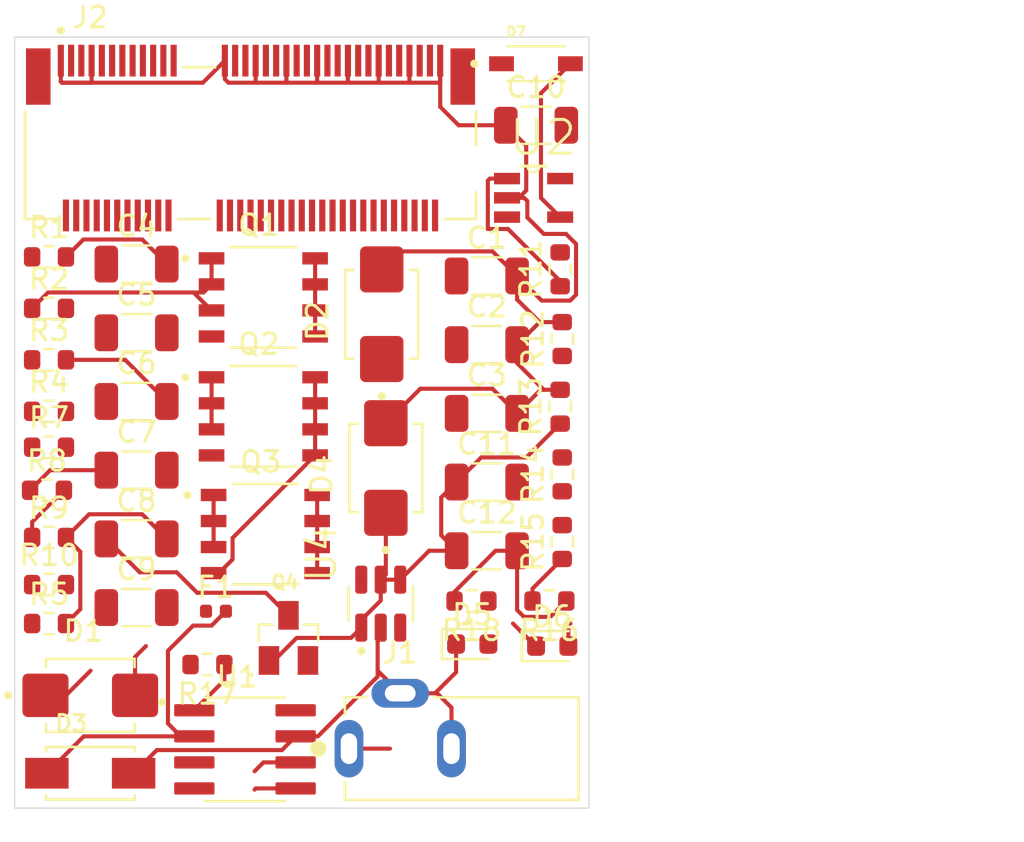
<source format=kicad_pcb>
(kicad_pcb (version 20240108) (generator "pcbnew") (generator_version "8.0")
  (layers (0 "F.Cu" signal) (31 "B.Cu" signal) (34 "B.Paste" user) (35 "F.Paste" user) (36 "B.SilkS" user "B.Silkscreen") (37 "F.SilkS" user "F.Silkscreen") (38 "B.Mask" user) (39 "F.Mask" user) (44 "Edge.Cuts" user))
  (net 0 "")
  (net 1 "Vin")
  (net 2 "COMP")
  (net 3 "VSS")
  (net 4 "SS")
  (net 5 "PH")
  (net 6 "BOOT")
  (net 7 "Net-(C3-Pad1)")
  (net 8 "Net-(D2-PadC)")
  (net 9 "+BATT")
  (net 10 "VIN")
  (net 11 "VOUT")
  (net 12 "Net-(Q2-Pad5)")
  (net 13 "EN")
  (net 14 "VSENCE")
  (net 15 "Net-(D1-PadC)")
  (net 16 "Net-(D1-PadA)")
  (net 17 "Net-(D5-A)")
  (net 18 "Net-(D6-K)")
  (net 19 "Net-(J1-Pad1)")
  (net 76 "Net-(U2-STAT)")
  (net 77 "PROG")
  (net 78 "CE")
  (net 79 "BATT_MON")
  (net 80 "Net-(U4-FB)")
  (net 81 "Net-(F1-Pad1)")
  (footprint "MCP73831T-5ACI_OT:SOT95P280X145-5N" (layer "F.Cu") (at 104.6046 61.3398)
    (property "Reference" "U2" (at 0.45893 -2.932 0) (layer "F.SilkS") (effects (font (size 1.646173 1.646173))))
    (property "Value" "MCP73831T-5ACI_OT")
    (pad "1" smd rect (at -1.2954 -0.9398) (size 1.27 0.5588) (layers "F.Cu" "F.Paste" "F.Mask") (net 76 "Net-(U2-STAT)"))
    (pad "2" smd rect (at -1.2954 0) (size 1.27 0.5588) (layers "F.Cu" "F.Paste" "F.Mask") (net 3 "VSS"))
    (pad "3" smd rect (at -1.2954 0.9398) (size 1.27 0.5588) (layers "F.Cu" "F.Paste" "F.Mask") (net 9 "+BATT"))
    (pad "4" smd rect (at 1.2954 0.9398) (size 1.27 0.5588) (layers "F.Cu" "F.Paste" "F.Mask") (net 6 "BOOT"))
    (pad "5" smd rect (at 1.2954 -0.9398) (size 1.27 0.5588) (layers "F.Cu" "F.Paste" "F.Mask") (net 77 "PROG"))
  )
  (footprint "Resistor_SMD:R_0603_1608Metric" (layer "F.Cu") (at 80.975 82.1)
    (property "Reference" "R5" (at 0 -1.43 0) (layer "F.SilkS"))
    (property "Value" "31.6k")
    (pad "1" smd roundrect (at -0.825 0) (size 0.8 0.95) (layers "F.Cu" "F.Paste" "F.Mask") (net 13 "EN"))
    (pad "2" smd roundrect (at 0.825 0) (size 0.8 0.95) (layers "F.Cu" "F.Paste" "F.Mask") (net 3 "VSS"))
  )
  (footprint "Resistor_SMD:R_0603_1608Metric" (layer "F.Cu") (at 105.9 64.825 90)
    (property "Reference" "R11" (at 0 -1.43 90) (layer "F.SilkS"))
    (property "Value" "10k")
    (pad "1" smd roundrect (at -0.825 0 90) (size 0.8 0.95) (layers "F.Cu" "F.Paste" "F.Mask") (net 76 "Net-(U2-STAT)"))
    (pad "2" smd roundrect (at 0.825 0 90) (size 0.8 0.95) (layers "F.Cu" "F.Paste" "F.Mask") (net 18 "Net-(D6-K)"))
  )
  (footprint "MDT420E03002:AMPHENOL_MDT420E03002" (layer "F.Cu") (at 90.8 59.925)
    (property "Reference" "J2" (at -7.825 -7.385 0) (layer "F.SilkS"))
    (property "Value" "MDT420E03002")
    (pad "" np_thru_hole circle (at -10 0) (size 1.15 1.15) (drill 1.15) (layers "*.Cu" "*.Mask"))
    (pad "" np_thru_hole circle (at 10 0) (size 1.65 1.65) (drill 1.65) (layers "*.Cu" "*.Mask"))
    (pad "1" smd rect (at -9.25 -5.275) (size 0.3 1.55) (layers "F.Cu" "F.Paste" "F.Mask") (net 3 "VSS"))
    (pad "2" smd rect (at -9 2.275) (size 0.3 1.55) (layers "F.Cu" "F.Paste" "F.Mask") (net 6 "BOOT"))
    (pad "3" smd rect (at -8.75 -5.275) (size 0.3 1.55) (layers "F.Cu" "F.Paste" "F.Mask"))
    (pad "4" smd rect (at -8.5 2.275) (size 0.3 1.55) (layers "F.Cu" "F.Paste" "F.Mask"))
    (pad "5" smd rect (at -8.25 -5.275) (size 0.3 1.55) (layers "F.Cu" "F.Paste" "F.Mask"))
    (pad "6" smd rect (at -8 2.275) (size 0.3 1.55) (layers "F.Cu" "F.Paste" "F.Mask"))
    (pad "7" smd rect (at -7.75 -5.275) (size 0.3 1.55) (layers "F.Cu" "F.Paste" "F.Mask") (net 3 "VSS"))
    (pad "8" smd rect (at -7.5 2.275) (size 0.3 1.55) (layers "F.Cu" "F.Paste" "F.Mask"))
    (pad "9" smd rect (at -7.25 -5.275) (size 0.3 1.55) (layers "F.Cu" "F.Paste" "F.Mask"))
    (pad "10" smd rect (at -7 2.275) (size 0.3 1.55) (layers "F.Cu" "F.Paste" "F.Mask"))
    (pad "11" smd rect (at -6.75 -5.275) (size 0.3 1.55) (layers "F.Cu" "F.Paste" "F.Mask"))
    (pad "12" smd rect (at -6.5 2.275) (size 0.3 1.55) (layers "F.Cu" "F.Paste" "F.Mask"))
    (pad "13" smd rect (at -6.25 -5.275) (size 0.3 1.55) (layers "F.Cu" "F.Paste" "F.Mask"))
    (pad "14" smd rect (at -6 2.275) (size 0.3 1.55) (layers "F.Cu" "F.Paste" "F.Mask"))
    (pad "15" smd rect (at -5.75 -5.275) (size 0.3 1.55) (layers "F.Cu" "F.Paste" "F.Mask"))
    (pad "16" smd rect (at -5.5 2.275) (size 0.3 1.55) (layers "F.Cu" "F.Paste" "F.Mask"))
    (pad "17" smd rect (at -5.25 -5.275) (size 0.3 1.55) (layers "F.Cu" "F.Paste" "F.Mask"))
    (pad "18" smd rect (at -5 2.275) (size 0.3 1.55) (layers "F.Cu" "F.Paste" "F.Mask"))
    (pad "19" smd rect (at -4.75 -5.275) (size 0.3 1.55) (layers "F.Cu" "F.Paste" "F.Mask"))
    (pad "20" smd rect (at -4.5 2.275) (size 0.3 1.55) (layers "F.Cu" "F.Paste" "F.Mask"))
    (pad "21" smd rect (at -4.25 -5.275) (size 0.3 1.55) (layers "F.Cu" "F.Paste" "F.Mask"))
    (pad "22" smd rect (at -4 2.275) (size 0.3 1.55) (layers "F.Cu" "F.Paste" "F.Mask"))
    (pad "23" smd rect (at -3.75 -5.275) (size 0.3 1.55) (layers "F.Cu" "F.Paste" "F.Mask"))
    (pad "32" smd rect (at -1.5 2.275) (size 0.3 1.55) (layers "F.Cu" "F.Paste" "F.Mask"))
    (pad "33" smd rect (at -1.25 -5.275) (size 0.3 1.55) (layers "F.Cu" "F.Paste" "F.Mask") (net 3 "VSS"))
    (pad "34" smd rect (at -1 2.275) (size 0.3 1.55) (layers "F.Cu" "F.Paste" "F.Mask"))
    (pad "35" smd rect (at -0.75 -5.275) (size 0.3 1.55) (layers "F.Cu" "F.Paste" "F.Mask"))
    (pad "36" smd rect (at -0.5 2.275) (size 0.3 1.55) (layers "F.Cu" "F.Paste" "F.Mask"))
    (pad "37" smd rect (at -0.25 -5.275) (size 0.3 1.55) (layers "F.Cu" "F.Paste" "F.Mask"))
    (pad "38" smd rect (at 0 2.275) (size 0.3 1.55) (layers "F.Cu" "F.Paste" "F.Mask"))
    (pad "39" smd rect (at 0.25 -5.275) (size 0.3 1.55) (layers "F.Cu" "F.Paste" "F.Mask") (net 3 "VSS"))
    (pad "40" smd rect (at 0.5 2.275) (size 0.3 1.55) (layers "F.Cu" "F.Paste" "F.Mask"))
    (pad "41" smd rect (at 0.75 -5.275) (size 0.3 1.55) (layers "F.Cu" "F.Paste" "F.Mask"))
    (pad "42" smd rect (at 1 2.275) (size 0.3 1.55) (layers "F.Cu" "F.Paste" "F.Mask"))
    (pad "43" smd rect (at 1.25 -5.275) (size 0.3 1.55) (layers "F.Cu" "F.Paste" "F.Mask"))
    (pad "44" smd rect (at 1.5 2.275) (size 0.3 1.55) (layers "F.Cu" "F.Paste" "F.Mask"))
    (pad "45" smd rect (at 1.75 -5.275) (size 0.3 1.55) (layers "F.Cu" "F.Paste" "F.Mask") (net 3 "VSS"))
    (pad "46" smd rect (at 2 2.275) (size 0.3 1.55) (layers "F.Cu" "F.Paste" "F.Mask"))
    (pad "47" smd rect (at 2.25 -5.275) (size 0.3 1.55) (layers "F.Cu" "F.Paste" "F.Mask"))
    (pad "48" smd rect (at 2.5 2.275) (size 0.3 1.55) (layers "F.Cu" "F.Paste" "F.Mask"))
    (pad "49" smd rect (at 2.75 -5.275) (size 0.3 1.55) (layers "F.Cu" "F.Paste" "F.Mask"))
    (pad "50" smd rect (at 3 2.275) (size 0.3 1.55) (layers "F.Cu" "F.Paste" "F.Mask"))
    (pad "51" smd rect (at 3.25 -5.275) (size 0.3 1.55) (layers "F.Cu" "F.Paste" "F.Mask") (net 3 "VSS"))
    (pad "52" smd rect (at 3.5 2.275) (size 0.3 1.55) (layers "F.Cu" "F.Paste" "F.Mask"))
    (pad "53" smd rect (at 3.75 -5.275) (size 0.3 1.55) (layers "F.Cu" "F.Paste" "F.Mask"))
    (pad "54" smd rect (at 4 2.275) (size 0.3 1.55) (layers "F.Cu" "F.Paste" "F.Mask"))
    (pad "55" smd rect (at 4.25 -5.275) (size 0.3 1.55) (layers "F.Cu" "F.Paste" "F.Mask"))
    (pad "56" smd rect (at 4.5 2.275) (size 0.3 1.55) (layers "F.Cu" "F.Paste" "F.Mask"))
    (pad "57" smd rect (at 4.75 -5.275) (size 0.3 1.55) (layers "F.Cu" "F.Paste" "F.Mask") (net 3 "VSS"))
    (pad "58" smd rect (at 5 2.275) (size 0.3 1.55) (layers "F.Cu" "F.Paste" "F.Mask"))
    (pad "59" smd rect (at 5.25 -5.275) (size 0.3 1.55) (layers "F.Cu" "F.Paste" "F.Mask"))
    (pad "60" smd rect (at 5.5 2.275) (size 0.3 1.55) (layers "F.Cu" "F.Paste" "F.Mask"))
    (pad "61" smd rect (at 5.75 -5.275) (size 0.3 1.55) (layers "F.Cu" "F.Paste" "F.Mask"))
    (pad "62" smd rect (at 6 2.275) (size 0.3 1.55) (layers "F.Cu" "F.Paste" "F.Mask"))
    (pad "63" smd rect (at 6.25 -5.275) (size 0.3 1.55) (layers "F.Cu" "F.Paste" "F.Mask") (net 3 "VSS"))
    (pad "64" smd rect (at 6.5 2.275) (size 0.3 1.55) (layers "F.Cu" "F.Paste" "F.Mask"))
    (pad "65" smd rect (at 6.75 -5.275) (size 0.3 1.55) (layers "F.Cu" "F.Paste" "F.Mask"))
    (pad "66" smd rect (at 7 2.275) (size 0.3 1.55) (layers "F.Cu" "F.Paste" "F.Mask"))
    (pad "67" smd rect (at 7.25 -5.275) (size 0.3 1.55) (layers "F.Cu" "F.Paste" "F.Mask"))
    (pad "68" smd rect (at 7.5 2.275) (size 0.3 1.55) (layers "F.Cu" "F.Paste" "F.Mask"))
    (pad "69" smd rect (at 7.75 -5.275) (size 0.3 1.55) (layers "F.Cu" "F.Paste" "F.Mask") (net 3 "VSS"))
    (pad "70" smd rect (at 8 2.275) (size 0.3 1.55) (layers "F.Cu" "F.Paste" "F.Mask"))
    (pad "71" smd rect (at 8.25 -5.275) (size 0.3 1.55) (layers "F.Cu" "F.Paste" "F.Mask"))
    (pad "72" smd rect (at 8.5 2.275) (size 0.3 1.55) (layers "F.Cu" "F.Paste" "F.Mask"))
    (pad "73" smd rect (at 8.75 -5.275) (size 0.3 1.55) (layers "F.Cu" "F.Paste" "F.Mask"))
    (pad "74" smd rect (at 9 2.275) (size 0.3 1.55) (layers "F.Cu" "F.Paste" "F.Mask"))
    (pad "75" smd rect (at 9.25 -5.275) (size 0.3 1.55) (layers "F.Cu" "F.Paste" "F.Mask") (net 3 "VSS"))
    (pad "SH1" smd rect (at -10.35 -4.5) (size 1.2 2.75) (layers "F.Cu" "F.Paste" "F.Mask"))
    (pad "SH2" smd rect (at 10.35 -4.5) (size 1.2 2.75) (layers "F.Cu" "F.Paste" "F.Mask"))
  )
  (footprint "Resistor_SMD:R_0603_1608Metric" (layer "F.Cu") (at 106 74.825 90)
    (property "Reference" "R14" (at 0 -1.43 90) (layer "F.SilkS"))
    (property "Value" "10k")
    (pad "1" smd roundrect (at -0.825 0 90) (size 0.8 0.95) (layers "F.Cu" "F.Paste" "F.Mask") (net 10 "VIN"))
    (pad "2" smd roundrect (at 0.825 0 90) (size 0.8 0.95) (layers "F.Cu" "F.Paste" "F.Mask") (net 78 "CE"))
  )
  (footprint "LED_SMD:LED_0603_1608Metric" (layer "F.Cu") (at 101.6125 83.1)
    (property "Reference" "D5" (at 0 -1.43 0) (layer "F.SilkS"))
    (property "Value" "LED")
    (pad "1" smd roundrect (at -0.7875 0) (size 0.875 0.95) (layers "F.Cu" "F.Paste" "F.Mask") (net 3 "VSS"))
    (pad "2" smd roundrect (at 0.7875 0) (size 0.875 0.95) (layers "F.Cu" "F.Paste" "F.Mask") (net 17 "Net-(D5-A)"))
  )
  (footprint "Fuse:Fuse_0402_1005Metric" (layer "F.Cu") (at 89.115 81.5)
    (property "Reference" "F1" (at 0 -1.17 0) (layer "F.SilkS"))
    (property "Value" "Fuse")
    (pad "1" smd roundrect (at -0.485 0) (size 0.59 0.64) (layers "F.Cu" "F.Paste" "F.Mask") (net 81 "Net-(F1-Pad1)"))
    (pad "2" smd roundrect (at 0.485 0) (size 0.59 0.64) (layers "F.Cu" "F.Paste" "F.Mask") (net 1 "Vin"))
  )
  (footprint "MT3608:SOT95P280X145-6N" (layer "F.Cu") (at 97.15 81.13 90)
    (property "Reference" "U4" (at 2.445 -2.889 90) (layer "F.SilkS") (effects (font (size 1.4 1.4))))
    (property "Value" "MT3608")
    (pad "1" smd roundrect (at -1.17 -0.95 90) (size 1.37 0.59) (layers "F.Cu" "F.Paste" "F.Mask") (net 6 "BOOT"))
    (pad "2" smd roundrect (at -1.17 0 90) (size 1.37 0.59) (layers "F.Cu" "F.Paste" "F.Mask") (net 3 "VSS"))
    (pad "3" smd roundrect (at -1.17 0.95 90) (size 1.37 0.59) (layers "F.Cu" "F.Paste" "F.Mask") (net 80 "Net-(U4-FB)"))
    (pad "4" smd roundrect (at 1.17 0.95 90) (size 1.37 0.59) (layers "F.Cu" "F.Paste" "F.Mask") (net 6 "BOOT"))
    (pad "5" smd roundrect (at 1.17 0 90) (size 1.37 0.59) (layers "F.Cu" "F.Paste" "F.Mask") (net 6 "BOOT"))
    (pad "6" smd roundrect (at 1.17 -0.95 90) (size 1.37 0.59) (layers "F.Cu" "F.Paste" "F.Mask"))
  )
  (footprint "Capacitor_SMD:C_1206_3216Metric" (layer "F.Cu") (at 85.2425 77.97)
    (property "Reference" "C8" (at 0 -1.85 0) (layer "F.SilkS"))
    (property "Value" "10uF")
    (pad "1" smd roundrect (at -1.475 0) (size 1.15 1.8) (layers "F.Cu" "F.Paste" "F.Mask") (roundrect_rratio 0.217391) (net 9 "+BATT"))
    (pad "2" smd roundrect (at 1.475 0) (size 1.15 1.8) (layers "F.Cu" "F.Paste" "F.Mask") (roundrect_rratio 0.217391) (net 3 "VSS"))
  )
  (footprint "Resistor_SMD:R_0603_1608Metric" (layer "F.Cu") (at 106 68.225 90)
    (property "Reference" "R12" (at 0 -1.43 90) (layer "F.SilkS"))
    (property "Value" "10k")
    (pad "1" smd roundrect (at -0.825 0 90) (size 0.8 0.95) (layers "F.Cu" "F.Paste" "F.Mask") (net 77 "PROG"))
    (pad "2" smd roundrect (at 0.825 0 90) (size 0.8 0.95) (layers "F.Cu" "F.Paste" "F.Mask") (net 3 "VSS"))
  )
  (footprint "SMAJ10CA:DIOM4325X250N" (layer "F.Cu") (at 82.985 89.4)
    (property "Reference" "D3" (at -0.925 -2.43 0) (layer "F.SilkS") (effects (font (size 0.787402 0.787402))))
    (property "Value" "SMAJ10CA")
    (pad "1" smd rect (at -2.115 0) (size 2.12 1.5) (layers "F.Cu" "F.Paste" "F.Mask") (net 1 "Vin"))
    (pad "2" smd rect (at 2.115 0) (size 2.12 1.5) (layers "F.Cu" "F.Paste" "F.Mask") (net 3 "VSS"))
  )
  (footprint "Capacitor_SMD:C_1206_3216Metric" (layer "F.Cu") (at 85.2425 67.92)
    (property "Reference" "C5" (at 0 -1.85 0) (layer "F.SilkS"))
    (property "Value" "100nF")
    (pad "1" smd roundrect (at -1.475 0) (size 1.15 1.8) (layers "F.Cu" "F.Paste" "F.Mask") (roundrect_rratio 0.217391) (net 6 "BOOT"))
    (pad "2" smd roundrect (at 1.475 0) (size 1.15 1.8) (layers "F.Cu" "F.Paste" "F.Mask") (roundrect_rratio 0.217391) (net 5 "PH"))
  )
  (footprint "Resistor_SMD:R_0603_1608Metric" (layer "F.Cu") (at 105.9 71.525 90)
    (property "Reference" "R13" (at 0 -1.43 90) (layer "F.SilkS"))
    (property "Value" "10k")
    (pad "1" smd roundrect (at -0.825 0 90) (size 0.8 0.95) (layers "F.Cu" "F.Paste" "F.Mask") (net 6 "BOOT"))
    (pad "2" smd roundrect (at 0.825 0 90) (size 0.8 0.95) (layers "F.Cu" "F.Paste" "F.Mask") (net 3 "VSS"))
  )
  (footprint "Resistor_SMD:R_0603_1608Metric" (layer "F.Cu") (at 101.575 81 180)
    (property "Reference" "R18" (at 0 -1.43 360) (layer "F.SilkS"))
    (property "Value" "2.2k")
    (pad "1" smd roundrect (at -0.825 0 180) (size 0.8 0.95) (layers "F.Cu" "F.Paste" "F.Mask") (net 80 "Net-(U4-FB)"))
    (pad "2" smd roundrect (at 0.825 0 180) (size 0.8 0.95) (layers "F.Cu" "F.Paste" "F.Mask") (net 3 "VSS"))
  )
  (footprint "TSM9409CS:TRANS_TSM9409CS" (layer "F.Cu") (at 91.525 77.735)
    (property "Reference" "Q3" (at -0.225 -3.525 0) (layer "F.SilkS"))
    (property "Value" "TSM9409CS")
    (pad "1" smd rect (at -2.525 -1.905) (size 1.25 0.6) (layers "F.Cu" "F.Paste" "F.Mask") (net 15 "Net-(D1-PadC)"))
    (pad "2" smd rect (at -2.525 -0.635) (size 1.25 0.6) (layers "F.Cu" "F.Paste" "F.Mask") (net 15 "Net-(D1-PadC)"))
    (pad "3" smd rect (at -2.525 0.635) (size 1.25 0.6) (layers "F.Cu" "F.Paste" "F.Mask") (net 15 "Net-(D1-PadC)"))
    (pad "4" smd rect (at -2.525 1.905) (size 1.25 0.6) (layers "F.Cu" "F.Paste" "F.Mask") (net 12 "Net-(Q2-Pad5)"))
    (pad "5" smd rect (at 2.525 1.905) (size 1.25 0.6) (layers "F.Cu" "F.Paste" "F.Mask") (net 81 "Net-(F1-Pad1)"))
    (pad "6" smd rect (at 2.525 0.635) (size 1.25 0.6) (layers "F.Cu" "F.Paste" "F.Mask") (net 81 "Net-(F1-Pad1)"))
    (pad "7" smd rect (at 2.525 -0.635) (size 1.25 0.6) (layers "F.Cu" "F.Paste" "F.Mask") (net 81 "Net-(F1-Pad1)"))
    (pad "8" smd rect (at 2.525 -1.905) (size 1.25 0.6) (layers "F.Cu" "F.Paste" "F.Mask") (net 81 "Net-(F1-Pad1)"))
  )
  (footprint "Resistor_SMD:R_0603_1608Metric" (layer "F.Cu") (at 88.7 84.1 180)
    (property "Reference" "R17" (at 0 -1.43 360) (layer "F.SilkS"))
    (property "Value" "22k")
    (pad "1" smd roundrect (at -0.825 0 180) (size 0.8 0.95) (layers "F.Cu" "F.Paste" "F.Mask") (net 6 "BOOT"))
    (pad "2" smd roundrect (at 0.825 0 180) (size 0.8 0.95) (layers "F.Cu" "F.Paste" "F.Mask") (net 80 "Net-(U4-FB)"))
  )
  (footprint "PJ-018:CUI_PJ-018" (layer "F.Cu") (at 95.6 88.2)
    (property "Reference" "J1" (at 2.488427 -4.671415 0) (layer "F.SilkS") (effects (font (size 1.001378 1.001378))))
    (property "Value" "PJ-018")
    (pad "1" thru_hole oval (at 0 0) (size 1.4 2.8) (drill oval 0.8 1.5) (layers "*.Cu" "*.Mask") (net 19 "Net-(J1-Pad1)"))
    (pad "2" thru_hole oval (at 5 0) (size 1.4 2.8) (drill oval 0.8 1.5) (layers "*.Cu" "*.Mask") (net 3 "VSS"))
    (pad "3" thru_hole oval (at 2.5 -2.7) (size 2.8 1.4) (drill oval 1.5 0.8) (layers "*.Cu" "*.Mask") (net 3 "VSS"))
  )
  (footprint "TSM9409CS:TRANS_TSM9409CS" (layer "F.Cu") (at 91.425 66.195)
    (property "Reference" "Q1" (at -0.225 -3.525 0) (layer "F.SilkS"))
    (property "Value" "TSM9409CS")
    (pad "1" smd rect (at -2.525 -1.905) (size 1.25 0.6) (layers "F.Cu" "F.Paste" "F.Mask") (net 15 "Net-(D1-PadC)"))
    (pad "2" smd rect (at -2.525 -0.635) (size 1.25 0.6) (layers "F.Cu" "F.Paste" "F.Mask") (net 15 "Net-(D1-PadC)"))
    (pad "3" smd rect (at -2.525 0.635) (size 1.25 0.6) (layers "F.Cu" "F.Paste" "F.Mask") (net 15 "Net-(D1-PadC)"))
    (pad "4" smd rect (at -2.525 1.905) (size 1.25 0.6) (layers "F.Cu" "F.Paste" "F.Mask") (net 16 "Net-(D1-PadA)"))
    (pad "5" smd rect (at 2.525 1.905) (size 1.25 0.6) (layers "F.Cu" "F.Paste" "F.Mask") (net 19 "Net-(J1-Pad1)"))
    (pad "6" smd rect (at 2.525 0.635) (size 1.25 0.6) (layers "F.Cu" "F.Paste" "F.Mask") (net 19 "Net-(J1-Pad1)"))
    (pad "7" smd rect (at 2.525 -0.635) (size 1.25 0.6) (layers "F.Cu" "F.Paste" "F.Mask") (net 19 "Net-(J1-Pad1)"))
    (pad "8" smd rect (at 2.525 -1.905) (size 1.25 0.6) (layers "F.Cu" "F.Paste" "F.Mask") (net 19 "Net-(J1-Pad1)"))
  )
  (footprint "1SMB5931BT3G:DIOM5436X247N" (layer "F.Cu") (at 97.2 67.015 90)
    (property "Reference" "D2" (at -0.325 -3.135 90) (layer "F.SilkS"))
    (property "Value" "1SMB5931BT3G")
    (pad "A" smd roundrect (at 2.185 0 90) (size 2.25 2.12) (layers "F.Cu" "F.Paste" "F.Mask") (roundrect_rratio 0.125) (net 3 "VSS"))
    (pad "C" smd roundrect (at -2.185 0 90) (size 2.25 2.12) (layers "F.Cu" "F.Paste" "F.Mask") (roundrect_rratio 0.125) (net 8 "Net-(D2-PadC)"))
  )
  (footprint "Resistor_SMD:R_0603_1608Metric" (layer "F.Cu") (at 105.375 81 180)
    (property "Reference" "R16" (at 0 -1.43 360) (layer "F.SilkS"))
    (property "Value" "100k")
    (pad "1" smd roundrect (at -0.825 0 180) (size 0.8 0.95) (layers "F.Cu" "F.Paste" "F.Mask") (net 3 "VSS"))
    (pad "2" smd roundrect (at 0.825 0 180) (size 0.8 0.95) (layers "F.Cu" "F.Paste" "F.Mask") (net 79 "BATT_MON"))
  )
  (footprint "Resistor_SMD:R_0603_1608Metric" (layer "F.Cu") (at 80.975 80.2)
    (property "Reference" "R10" (at 0 -1.43 0) (layer "F.SilkS"))
    (property "Value" "100")
    (pad "1" smd roundrect (at -0.825 0) (size 0.8 0.95) (layers "F.Cu" "F.Paste" "F.Mask") (net 6 "BOOT"))
    (pad "2" smd roundrect (at 0.825 0) (size 0.8 0.95) (layers "F.Cu" "F.Paste" "F.Mask") (net 17 "Net-(D5-A)"))
  )
  (footprint "Resistor_SMD:R_0603_1608Metric" (layer "F.Cu") (at 80.975 73.5)
    (property "Reference" "R7" (at 0 -1.43 0) (layer "F.SilkS"))
    (property "Value" "18.7k")
    (pad "1" smd roundrect (at -0.825 0) (size 0.8 0.95) (layers "F.Cu" "F.Paste" "F.Mask") (net 2 "COMP"))
    (pad "2" smd roundrect (at 0.825 0) (size 0.8 0.95) (layers "F.Cu" "F.Paste" "F.Mask") (net 7 "Net-(C3-Pad1)"))
  )
  (footprint "1SMB5931BT3G:DIOM5436X247N" (layer "F.Cu") (at 97.4 74.515 90)
    (property "Reference" "D4" (at -0.325 -3.135 90) (layer "F.SilkS"))
    (property "Value" "1SMB5931BT3G")
    (pad "A" smd roundrect (at 2.185 0 90) (size 2.25 2.12) (layers "F.Cu" "F.Paste" "F.Mask") (roundrect_rratio 0.125) (net 3 "VSS"))
    (pad "C" smd roundrect (at -2.185 0 90) (size 2.25 2.12) (layers "F.Cu" "F.Paste" "F.Mask") (roundrect_rratio 0.125) (net 6 "BOOT"))
  )
  (footprint "Capacitor_SMD:C_1206_3216Metric" (layer "F.Cu") (at 102.325 75.2)
    (property "Reference" "C11" (at 0 -1.85 0) (layer "F.SilkS"))
    (property "Value" "22uF")
    (pad "1" smd roundrect (at -1.475 0) (size 1.15 1.8) (layers "F.Cu" "F.Paste" "F.Mask") (roundrect_rratio 0.217391) (net 6 "BOOT"))
    (pad "2" smd roundrect (at 1.475 0) (size 1.15 1.8) (layers "F.Cu" "F.Paste" "F.Mask") (roundrect_rratio 0.217391) (net 3 "VSS"))
  )
  (footprint "Resistor_SMD:R_0603_1608Metric" (layer "F.Cu") (at 80.975 71.75)
    (property "Reference" "R4" (at 0 -1.43 0) (layer "F.SilkS"))
    (property "Value" "169k")
    (pad "1" smd roundrect (at -0.825 0) (size 0.8 0.95) (layers "F.Cu" "F.Paste" "F.Mask") (net 1 "Vin"))
    (pad "2" smd roundrect (at 0.825 0) (size 0.8 0.95) (layers "F.Cu" "F.Paste" "F.Mask") (net 13 "EN"))
  )
  (footprint "Resistor_SMD:R_0603_1608Metric" (layer "F.Cu") (at 80.875 75.6)
    (property "Reference" "R8" (at 0 -1.43 0) (layer "F.SilkS"))
    (property "Value" "10.2K")
    (pad "1" smd roundrect (at -0.825 0) (size 0.8 0.95) (layers "F.Cu" "F.Paste" "F.Mask") (net 6 "BOOT"))
    (pad "2" smd roundrect (at 0.825 0) (size 0.8 0.95) (layers "F.Cu" "F.Paste" "F.Mask") (net 14 "VSENCE"))
  )
  (footprint "LED_SMD:LED_0603_1608Metric" (layer "F.Cu") (at 105.5125 83.2)
    (property "Reference" "D6" (at 0 -1.43 0) (layer "F.SilkS"))
    (property "Value" "LED")
    (pad "1" smd roundrect (at -0.7875 0) (size 0.875 0.95) (layers "F.Cu" "F.Paste" "F.Mask") (net 18 "Net-(D6-K)"))
    (pad "2" smd roundrect (at 0.7875 0) (size 0.875 0.95) (layers "F.Cu" "F.Paste" "F.Mask") (net 6 "BOOT"))
  )
  (footprint "TPS54331DRG4:SOIC127P599X175-8N" (layer "F.Cu") (at 90.53 88.235)
    (property "Reference" "U1" (at -0.385 -3.537 0) (layer "F.SilkS"))
    (property "Value" "TPS54331DRG4")
    (pad "1" smd roundrect (at -2.47 -1.905) (size 1.97 0.6) (layers "F.Cu" "F.Paste" "F.Mask") (roundrect_rratio 0.125) (net 6 "BOOT"))
    (pad "2" smd roundrect (at -2.47 -0.635) (size 1.97 0.6) (layers "F.Cu" "F.Paste" "F.Mask") (roundrect_rratio 0.125) (net 1 "Vin"))
    (pad "3" smd roundrect (at -2.47 0.635) (size 1.97 0.6) (layers "F.Cu" "F.Paste" "F.Mask") (roundrect_rratio 0.125) (net 13 "EN"))
    (pad "4" smd roundrect (at -2.47 1.905) (size 1.97 0.6) (layers "F.Cu" "F.Paste" "F.Mask") (roundrect_rratio 0.125) (net 4 "SS"))
    (pad "5" smd roundrect (at 2.47 1.905) (size 1.97 0.6) (layers "F.Cu" "F.Paste" "F.Mask") (roundrect_rratio 0.125) (net 14 "VSENCE"))
    (pad "6" smd roundrect (at 2.47 0.635) (size 1.97 0.6) (layers "F.Cu" "F.Paste" "F.Mask") (roundrect_rratio 0.125) (net 2 "COMP"))
    (pad "7" smd roundrect (at 2.47 -0.635) (size 1.97 0.6) (layers "F.Cu" "F.Paste" "F.Mask") (roundrect_rratio 0.125) (net 3 "VSS"))
    (pad "8" smd roundrect (at 2.47 -1.905) (size 1.97 0.6) (layers "F.Cu" "F.Paste" "F.Mask") (roundrect_rratio 0.125) (net 5 "PH"))
  )
  (footprint "Capacitor_SMD:C_1206_3216Metric" (layer "F.Cu") (at 102.325 78.55)
    (property "Reference" "C12" (at 0 -1.85 0) (layer "F.SilkS"))
    (property "Value" "22uF")
    (pad "1" smd roundrect (at -1.475 0) (size 1.15 1.8) (layers "F.Cu" "F.Paste" "F.Mask") (roundrect_rratio 0.217391) (net 6 "BOOT"))
    (pad "2" smd roundrect (at 1.475 0) (size 1.15 1.8) (layers "F.Cu" "F.Paste" "F.Mask") (roundrect_rratio 0.217391) (net 3 "VSS"))
  )
  (footprint "Resistor_SMD:R_0603_1608Metric" (layer "F.Cu") (at 80.975 64.22)
    (property "Reference" "R1" (at 0 -1.43 0) (layer "F.SilkS"))
    (property "Value" "100")
    (pad "1" smd roundrect (at -0.825 0) (size 0.8 0.95) (layers "F.Cu" "F.Paste" "F.Mask") (net 16 "Net-(D1-PadA)"))
    (pad "2" smd roundrect (at 0.825 0) (size 0.8 0.95) (layers "F.Cu" "F.Paste" "F.Mask") (net 3 "VSS"))
  )
  (footprint "Capacitor_SMD:C_1206_3216Metric" (layer "F.Cu") (at 102.325 71.85)
    (property "Reference" "C3" (at 0 -1.85 0) (layer "F.SilkS"))
    (property "Value" "1.5nF")
    (pad "1" smd roundrect (at -1.475 0) (size 1.15 1.8) (layers "F.Cu" "F.Paste" "F.Mask") (roundrect_rratio 0.217391) (net 7 "Net-(C3-Pad1)"))
    (pad "2" smd roundrect (at 1.475 0) (size 1.15 1.8) (layers "F.Cu" "F.Paste" "F.Mask") (roundrect_rratio 0.217391) (net 3 "VSS"))
  )
  (footprint "Capacitor_SMD:C_1206_3216Metric" (layer "F.Cu") (at 85.2425 64.57)
    (property "Reference" "C4" (at 0 -1.85 0) (layer "F.SilkS"))
    (property "Value" "8.2nF")
    (pad "1" smd roundrect (at -1.475 0) (size 1.15 1.8) (layers "F.Cu" "F.Paste" "F.Mask") (roundrect_rratio 0.217391) (net 4 "SS"))
    (pad "2" smd roundrect (at 1.475 0) (size 1.15 1.8) (layers "F.Cu" "F.Paste" "F.Mask") (roundrect_rratio 0.217391) (net 3 "VSS"))
  )
  (footprint "TSM9409CS:TRANS_TSM9409CS" (layer "F.Cu") (at 91.425 71.995)
    (property "Reference" "Q2" (at -0.225 -3.525 0) (layer "F.SilkS"))
    (property "Value" "TSM9409CS")
    (pad "1" smd rect (at -2.525 -1.905) (size 1.25 0.6) (layers "F.Cu" "F.Paste" "F.Mask") (net 15 "Net-(D1-PadC)"))
    (pad "2" smd rect (at -2.525 -0.635) (size 1.25 0.6) (layers "F.Cu" "F.Paste" "F.Mask") (net 15 "Net-(D1-PadC)"))
    (pad "3" smd rect (at -2.525 0.635) (size 1.25 0.6) (layers "F.Cu" "F.Paste" "F.Mask") (net 15 "Net-(D1-PadC)"))
    (pad "4" smd rect (at -2.525 1.905) (size 1.25 0.6) (layers "F.Cu" "F.Paste" "F.Mask") (net 8 "Net-(D2-PadC)"))
    (pad "5" smd rect (at 2.525 1.905) (size 1.25 0.6) (layers "F.Cu" "F.Paste" "F.Mask") (net 12 "Net-(Q2-Pad5)"))
    (pad "6" smd rect (at 2.525 0.635) (size 1.25 0.6) (layers "F.Cu" "F.Paste" "F.Mask") (net 12 "Net-(Q2-Pad5)"))
    (pad "7" smd rect (at 2.525 -0.635) (size 1.25 0.6) (layers "F.Cu" "F.Paste" "F.Mask") (net 12 "Net-(Q2-Pad5)"))
    (pad "8" smd rect (at 2.525 -1.905) (size 1.25 0.6) (layers "F.Cu" "F.Paste" "F.Mask") (net 12 "Net-(Q2-Pad5)"))
  )
  (footprint "Resistor_SMD:R_0603_1608Metric" (layer "F.Cu") (at 80.975 69.24)
    (property "Reference" "R3" (at 0 -1.43 0) (layer "F.SilkS"))
    (property "Value" "100")
    (pad "1" smd roundrect (at -0.825 0) (size 0.8 0.95) (layers "F.Cu" "F.Paste" "F.Mask") (net 12 "Net-(Q2-Pad5)"))
    (pad "2" smd roundrect (at 0.825 0) (size 0.8 0.95) (layers "F.Cu" "F.Paste" "F.Mask") (net 3 "VSS"))
  )
  (footprint "Capacitor_SMD:C_1206_3216Metric" (layer "F.Cu") (at 85.2425 74.62)
    (property "Reference" "C7" (at 0 -1.85 0) (layer "F.SilkS"))
    (property "Value" "4.7uF")
    (pad "1" smd roundrect (at -1.475 0) (size 1.15 1.8) (layers "F.Cu" "F.Paste" "F.Mask") (roundrect_rratio 0.217391) (net 6 "BOOT"))
    (pad "2" smd roundrect (at 1.475 0) (size 1.15 1.8) (layers "F.Cu" "F.Paste" "F.Mask") (roundrect_rratio 0.217391) (net 3 "VSS"))
  )
  (footprint "Capacitor_SMD:C_1206_3216Metric" (layer "F.Cu") (at 102.325 68.5)
    (property "Reference" "C2" (at 0 -1.85 0) (layer "F.SilkS"))
    (property "Value" "10pF")
    (pad "1" smd roundrect (at -1.475 0) (size 1.15 1.8) (layers "F.Cu" "F.Paste" "F.Mask") (roundrect_rratio 0.217391) (net 2 "COMP"))
    (pad "2" smd roundrect (at 1.475 0) (size 1.15 1.8) (layers "F.Cu" "F.Paste" "F.Mask") (roundrect_rratio 0.217391) (net 3 "VSS"))
  )
  (footprint "Resistor_SMD:R_0603_1608Metric" (layer "F.Cu") (at 106 78.125 90)
    (property "Reference" "R15" (at 0 -1.43 90) (layer "F.SilkS"))
    (property "Value" "100k")
    (pad "1" smd roundrect (at -0.825 0 90) (size 0.8 0.95) (layers "F.Cu" "F.Paste" "F.Mask") (net 79 "BATT_MON"))
    (pad "2" smd roundrect (at 0.825 0 90) (size 0.8 0.95) (layers "F.Cu" "F.Paste" "F.Mask") (net 9 "+BATT"))
  )
  (footprint "Resistor_SMD:R_0603_1608Metric" (layer "F.Cu") (at 80.975 66.73)
    (property "Reference" "R2" (at 0 -1.43 0) (layer "F.SilkS"))
    (property "Value" "100")
    (pad "1" smd roundrect (at -0.825 0) (size 0.8 0.95) (layers "F.Cu" "F.Paste" "F.Mask") (net 15 "Net-(D1-PadC)"))
    (pad "2" smd roundrect (at 0.825 0) (size 0.8 0.95) (layers "F.Cu" "F.Paste" "F.Mask") (net 8 "Net-(D2-PadC)"))
  )
  (footprint "1N5819HW-7-F:SOD3715X145N" (layer "F.Cu") (at 104.72 54.8)
    (property "Reference" "D7" (at -0.97763 -1.557398 0) (layer "F.SilkS") (effects (font (size 0.4808 0.4808))))
    (property "Value" "1N5819HW-7-F")
    (pad "A" smd rect (at 1.68 0) (size 1.21 0.73) (layers "F.Cu" "F.Paste" "F.Mask") (net 6 "BOOT"))
    (pad "C" smd rect (at -1.68 0) (size 1.21 0.73) (layers "F.Cu" "F.Paste" "F.Mask") (net 10 "VIN"))
  )
  (footprint "Capacitor_SMD:C_1206_3216Metric" (layer "F.Cu") (at 85.2425 71.27)
    (property "Reference" "C6" (at 0 -1.85 0) (layer "F.SilkS"))
    (property "Value" "100nF")
    (pad "1" smd roundrect (at -1.475 0) (size 1.15 1.8) (layers "F.Cu" "F.Paste" "F.Mask") (roundrect_rratio 0.217391) (net 6 "BOOT"))
    (pad "2" smd roundrect (at 1.475 0) (size 1.15 1.8) (layers "F.Cu" "F.Paste" "F.Mask") (roundrect_rratio 0.217391) (net 3 "VSS"))
  )
  (footprint "Capacitor_SMD:C_1206_3216Metric" (layer "F.Cu") (at 102.325 65.15)
    (property "Reference" "C1" (at 0 -1.85 0) (layer "F.SilkS"))
    (property "Value" "22uF")
    (pad "1" smd roundrect (at -1.475 0) (size 1.15 1.8) (layers "F.Cu" "F.Paste" "F.Mask") (roundrect_rratio 0.217391) (net 1 "Vin"))
    (pad "2" smd roundrect (at 1.475 0) (size 1.15 1.8) (layers "F.Cu" "F.Paste" "F.Mask") (roundrect_rratio 0.217391) (net 3 "VSS"))
  )
  (footprint "Resistor_SMD:R_0603_1608Metric" (layer "F.Cu") (at 80.975 77.9)
    (property "Reference" "R9" (at 0 -1.43 0) (layer "F.SilkS"))
    (property "Value" "3.24K")
    (pad "1" smd roundrect (at -0.825 0) (size 0.8 0.95) (layers "F.Cu" "F.Paste" "F.Mask") (net 14 "VSENCE"))
    (pad "2" smd roundrect (at 0.825 0) (size 0.8 0.95) (layers "F.Cu" "F.Paste" "F.Mask") (net 3 "VSS"))
  )
  (footprint "1SMB5931BT3G:DIOM5436X247N" (layer "F.Cu") (at 82.985 85.6)
    (property "Reference" "D1" (at -0.325 -3.135 0) (layer "F.SilkS"))
    (property "Value" "1SMB5931BT3G")
    (pad "A" smd roundrect (at 2.185 0) (size 2.25 2.12) (layers "F.Cu" "F.Paste" "F.Mask") (roundrect_rratio 0.125) (net 16 "Net-(D1-PadA)"))
    (pad "C" smd roundrect (at -2.185 0) (size 2.25 2.12) (layers "F.Cu" "F.Paste" "F.Mask") (roundrect_rratio 0.125) (net 15 "Net-(D1-PadC)"))
  )
  (footprint "Capacitor_SMD:C_1206_3216Metric" (layer "F.Cu") (at 85.2425 81.32)
    (property "Reference" "C9" (at 0 -1.85 0) (layer "F.SilkS"))
    (property "Value" "10uF")
    (pad "1" smd roundrect (at -1.475 0) (size 1.15 1.8) (layers "F.Cu" "F.Paste" "F.Mask") (roundrect_rratio 0.217391) (net 10 "VIN"))
    (pad "2" smd roundrect (at 1.475 0) (size 1.15 1.8) (layers "F.Cu" "F.Paste" "F.Mask") (roundrect_rratio 0.217391) (net 3 "VSS"))
  )
  (footprint "Capacitor_SMD:C_1206_3216Metric" (layer "F.Cu") (at 104.725 57.8)
    (property "Reference" "C10" (at 0 -1.85 0) (layer "F.SilkS"))
    (property "Value" "10uF")
    (pad "1" smd roundrect (at -1.475 0) (size 1.15 1.8) (layers "F.Cu" "F.Paste" "F.Mask") (roundrect_rratio 0.217391) (net 3 "VSS"))
    (pad "2" smd roundrect (at 1.475 0) (size 1.15 1.8) (layers "F.Cu" "F.Paste" "F.Mask") (roundrect_rratio 0.217391) (net 11 "VOUT"))
  )
  (footprint "SSM3J328R_LF:SOT95P240X88-3N" (layer "F.Cu") (at 92.65 82.8)
    (property "Reference" "Q4" (at -0.173223 -2.714894 0) (layer "F.SilkS") (effects (font (size 0.640824 0.640824))))
    (property "Value" "SSM3J328R_LF")
    (pad "1" smd rect (at -0.95 1.1) (size 1 1.4) (layers "F.Cu" "F.Paste" "F.Mask") (net 6 "BOOT"))
    (pad "2" smd rect (at 0.95 1.1) (size 1 1.4) (layers "F.Cu" "F.Paste" "F.Mask") (net 10 "VIN"))
    (pad "3" smd rect (at 0 -1.1) (size 1 1.4) (layers "F.Cu" "F.Paste" "F.Mask") (net 9 "+BATT"))
  )
  (gr_rect (start 79.3 53.5) (end 107.3 91.1) (stroke (width 0.05)) (fill none) (layer "Edge.Cuts"))
  (segment (start 82.67 87.6) (end 88.06 87.6) (width 0.2) (layer "F.Cu") (net 1))
  (segment (start 87.4 87.6) (end 86.775 86.975) (width 0.2) (layer "F.Cu") (net 1))
  (segment (start 88.06 87.6) (end 87.4 87.6) (width 0.2) (layer "F.Cu") (net 1))
  (segment (start 80.87 89.4) (end 82.67 87.6) (width 0.2) (layer "F.Cu") (net 1))
  (segment (start 88 82.2) (end 88.9 82.2) (width 0.2) (layer "F.Cu") (net 1))
  (segment (start 88.9 82.2) (end 89.6 81.5) (width 0.2) (layer "F.Cu") (net 1))
  (segment (start 86.775 83.425) (end 88 82.2) (width 0.2) (layer "F.Cu") (net 1))
  (segment (start 86.775 86.975) (end 86.775 83.425) (width 0.2) (layer "F.Cu") (net 1))
  (segment (start 100.664314 68.5) (end 100.85 68.5) (width 0.2) (layer "F.Cu") (net 2))
  (segment (start 91.43 88.87) (end 91 89.3) (width 0.2) (layer "F.Cu") (net 2))
  (segment (start 93 88.87) (end 91.43 88.87) (width 0.2) (layer "F.Cu") (net 2))
  (segment (start 92.5 55.725) (end 91.1 55.725) (width 0.2) (layer "F.Cu") (net 3))
  (segment (start 98.6 55.725) (end 98.55 55.675) (width 0.2) (layer "F.Cu") (net 3))
  (segment (start 98.55 54.65) (end 98.55 55.675) (width 0.2) (layer "F.Cu") (net 3))
  (segment (start 95.625 55.725) (end 95.55 55.65) (width 0.2) (layer "F.Cu") (net 3))
  (segment (start 103.8 69.4) (end 103.8 68.5) (width 0.2) (layer "F.Cu") (net 3))
  (segment (start 92.6 55.725) (end 92.55 55.675) (width 0.2) (layer "F.Cu") (net 3))
  (segment (start 85.5175 63.37) (end 86.7175 64.57) (width 0.2) (layer "F.Cu") (net 3))
  (segment (start 100.05 55.675) (end 100 55.725) (width 0.2) (layer "F.Cu") (net 3))
  (segment (start 102.6 63.95) (end 98.08 63.95) (width 0.2) (layer "F.Cu") (net 3))
  (segment (start 85.5175 76.77) (end 86.7175 77.97) (width 0.2) (layer "F.Cu") (net 3))
  (segment (start 100.05 56.9) (end 100.95 57.8) (width 0.2) (layer "F.Cu") (net 3))
  (segment (start 81.6 55.725) (end 83 55.725) (width 0.2) (layer "F.Cu") (net 3))
  (segment (start 95.5 55.725) (end 94.1 55.725) (width 0.2) (layer "F.Cu") (net 3))
  (segment (start 104.9 67.4) (end 103.8 66.3) (width 0.2) (layer "F.Cu") (net 3))
  (segment (start 92.55 54.65) (end 92.55 55.675) (width 0.2) (layer "F.Cu") (net 3))
  (segment (start 103.8 71.85) (end 104.95 70.7) (width 0.2) (layer "F.Cu") (net 3))
  (segment (start 102.6 70.65) (end 99.08 70.65) (width 0.2) (layer "F.Cu") (net 3))
  (segment (start 103.25 57.8) (end 104.2442 58.7942) (width 0.2) (layer "F.Cu") (net 3))
  (segment (start 94.05 55.675) (end 94 55.725) (width 0.2) (layer "F.Cu") (net 3))
  (segment (start 105.425 81.775) (end 104.137352 81.775) (width 0.2) (layer "F.Cu") (net 3))
  (segment (start 106.187648 63.1) (end 106.675 63.587352) (width 0.2) (layer "F.Cu") (net 3))
  (segment (start 89.725 55.725) (end 89.55 55.55) (width 0.2) (layer "F.Cu") (net 3))
  (segment (start 105.1 63.1) (end 106.187648 63.1) (width 0.2) (layer "F.Cu") (net 3))
  (segment (start 91 55.725) (end 89.725 55.725) (width 0.2) (layer "F.Cu") (net 3))
  (segment (start 100.05 54.65) (end 100.05 56.9) (width 0.2) (layer "F.Cu") (net 3))
  (segment (start 92.33 88.27) (end 93 87.6) (width 0.2) (layer "F.Cu") (net 3))
  (segment (start 93 87.6) (end 94.085786 87.6) (width 0.2) (layer "F.Cu") (net 3))
  (segment (start 89.55 55.55) (end 89.55 54.65) (width 0.2) (layer "F.Cu") (net 3))
  (segment (start 98.1 85.5) (end 97 84.4) (width 0.2) (layer "F.Cu") (net 3))
  (segment (start 81.55 54.65) (end 81.55 55.675) (width 0.2) (layer "F.Cu") (net 3))
  (segment (start 106.2 81) (end 105.425 81.775) (width 0.2) (layer "F.Cu") (net 3))
  (segment (start 103.8 81.437648) (end 103.8 78.55) (width 0.2) (layer "F.Cu") (net 3))
  (segment (start 105.1 70.7) (end 103.8 69.4) (width 0.2) (layer "F.Cu") (net 3))
  (segment (start 100.6 86.2) (end 100.6 88.2) (width 0.2) (layer "F.Cu") (net 3))
  (segment (start 95.55 54.65) (end 95.55 55.675) (width 0.2) (layer "F.Cu") (net 3))
  (segment (start 104.2442 60.9794) (end 103.8838 61.3398) (width 0.2) (layer "F.Cu") (net 3))
  (segment (start 81.55 55.675) (end 81.6 55.725) (width 0.2) (layer "F.Cu") (net 3))
  (segment (start 104.95 70.7) (end 105.1 70.7) (width 0.2) (layer "F.Cu") (net 3))
  (segment (start 100 55.725) (end 98.6 55.725) (width 0.2) (layer "F.Cu") (net 3))
  (segment (start 82.5 78.6) (end 81.8 77.9) (width 0.2) (layer "F.Cu") (net 3))
  (segment (start 98.55 55.675) (end 98.5 55.725) (width 0.2) (layer "F.Cu") (net 3))
  (segment (start 81.8 69.24) (end 84.6875 69.24) (width 0.2) (layer "F.Cu") (net 3))
  (segment (start 104.2442 58.7942) (end 104.2442 60.9794) (width 0.2) (layer "F.Cu") (net 3))
  (segment (start 97 55.725) (end 95.625 55.725) (width 0.2) (layer "F.Cu") (net 3))
  (segment (start 105 66.35) (end 103.8 65.15) (width 0.2) (layer "F.Cu") (net 3))
  (segment (start 82.93 76.77) (end 85.5175 76.77) (width 0.2) (layer "F.Cu") (net 3))
  (segment (start 94.05 54.65) (end 94.05 55.675) (width 0.2) (layer "F.Cu") (net 3))
  (segment (start 99.85 85.45) (end 100.6 86.2) (width 0.2) (layer "F.Cu") (net 3))
  (segment (start 98.5 55.725) (end 97.1 55.725) (width 0.2) (layer "F.Cu") (net 3))
  (segment (start 99.85 85.45) (end 99.8 85.5) (width 0.2) (layer "F.Cu") (net 3))
  (segment (start 83 55.725) (end 83.05 55.675) (width 0.2) (layer "F.Cu") (net 3))
  (segment (start 81.8 64.22) (end 82.65 63.37) (width 0.2) (layer "F.Cu") (net 3))
  (segment (start 89.55 54.65) (end 88.475 55.725) (width 0.2) (layer "F.Cu") (net 3))
  (segment (start 103.8 65.15) (end 102.6 63.95) (width 0.2) (layer "F.Cu") (net 3))
  (segment (start 95.55 55.65) (end 95.55 54.65) (width 0.2) (layer "F.Cu") (net 3))
  (segment (start 98.08 63.95) (end 97.2 64.83) (width 0.2) (layer "F.Cu") (net 3))
  (segment (start 85.1 89.4) (end 86.23 88.27) (width 0.2) (layer "F.Cu") (net 3))
  (segment (start 95.55 55.675) (end 95.5 55.725) (width 0.2) (layer "F.Cu") (net 3))
  (segment (start 82.5 81.4) (end 82.5 78.6) (width 0.2) (layer "F.Cu") (net 3))
  (segment (start 97.05 54.65) (end 97.05 55.675) (width 0.2) (layer "F.Cu") (net 3))
  (segment (start 100.05 54.65) (end 100.05 55.675) (width 0.2) (layer "F.Cu") (net 3))
  (segment (start 99.8 85.5) (end 98.1 85.5) (width 0.2) (layer "F.Cu") (net 3))
  (segment (start 86.23 88.27) (end 92.33 88.27) (width 0.2) (layer "F.Cu") (net 3))
  (segment (start 91.1 55.725) (end 91.05 55.675) (width 0.2) (layer "F.Cu") (net 3))
  (segment (start 97.05 55.675) (end 97 55.725) (width 0.2) (layer "F.Cu") (net 3))
  (segment (start 100.825 84.475) (end 99.85 85.45) (width 0.2) (layer "F.Cu") (net 3))
  (segment (start 106.675 63.587352) (end 106.675 66.062648) (width 0.2) (layer "F.Cu") (net 3))
  (segment (start 106.387648 66.35) (end 105 66.35) (width 0.2) (layer "F.Cu") (net 3))
  (segment (start 105.1 70.7) (end 105.9 70.7) (width 0.2) (layer "F.Cu") (net 3))
  (segment (start 83.05 55.675) (end 83.05 54.65) (width 0.2) (layer "F.Cu") (net 3))
  (segment (start 100.75 81) (end 100.75 80.55) (width 0.2) (layer "F.Cu") (net 3))
  (segment (start 104.3 61.4956) (end 104.3 62.3) (width 0.2) (layer "F.Cu") (net 3))
  (segment (start 102.75 78.55) (end 103.8 78.55) (width 0.2) (layer "F.Cu") (net 3))
  (segment (start 94.085786 87.6) (end 97 84.685786) (width 0.2) (layer "F.Cu") (net 3))
  (segment (start 104.3 62.3) (end 105.1 63.1) (width 0.2) (layer "F.Cu") (net 3))
  (segment (start 97.1 55.725) (end 97.05 55.675) (width 0.2) (layer "F.Cu") (net 3))
  (segment (start 99.08 70.65) (end 97.4 72.33) (width 0.2) (layer "F.Cu") (net 3))
  (segment (start 104.9 67.4) (end 106 67.4) (width 0.2) (layer "F.Cu") (net 3))
  (segment (start 84.6875 69.24) (end 86.7175 71.27) (width 0.2) (layer "F.Cu") (net 3))
  (segment (start 91.05 55.675) (end 91 55.725) (width 0.2) (layer "F.Cu") (net 3))
  (segment (start 97 82.45) (end 97.15 82.3) (width 0.2) (layer "F.Cu") (net 3))
  (segment (start 100.75 80.55) (end 102.75 78.55) (width 0.2) (layer "F.Cu") (net 3))
  (segment (start 81.8 77.9) (end 82.93 76.77) (width 0.2) (layer "F.Cu") (net 3))
  (segment (start 106.675 66.062648) (end 106.387648 66.35) (width 0.2) (layer "F.Cu") (net 3))
  (segment (start 94 55.725) (end 92.6 55.725) (width 0.2) (layer "F.Cu") (net 3))
  (segment (start 97 84.685786) (end 97 84.4) (width 0.2) (layer "F.Cu") (net 3))
  (segment (start 91.05 54.65) (end 91.05 55.675) (width 0.2) (layer "F.Cu") (net 3))
  (segment (start 97 84.4) (end 97 82.45) (width 0.2) (layer "F.Cu") (net 3))
  (segment (start 92.55 55.675) (end 92.5 55.725) (width 0.2) (layer "F.Cu") (net 3))
  (segment (start 104.1442 61.3398) (end 104.3 61.4956) (width 0.2) (layer "F.Cu") (net 3))
  (segment (start 100.825 83.1) (end 100.825 84.475) (width 0.2) (layer "F.Cu") (net 3))
  (segment (start 94.1 55.725) (end 94.05 55.675) (width 0.2) (layer "F.Cu") (net 3))
  (segment (start 100.95 57.8) (end 103.25 57.8) (width 0.2) (layer "F.Cu") (net 3))
  (segment (start 88.475 55.725) (end 81.6 55.725) (width 0.2) (layer "F.Cu") (net 3))
  (segment (start 103.8 66.3) (end 103.8 65.15) (width 0.2) (layer "F.Cu") (net 3))
  (segment (start 82.65 63.37) (end 85.5175 63.37) (width 0.2) (layer "F.Cu") (net 3))
  (segment (start 103.8 71.85) (end 102.6 70.65) (width 0.2) (layer "F.Cu") (net 3))
  (segment (start 103.8 68.5) (end 104.9 67.4) (width 0.2) (layer "F.Cu") (net 3))
  (segment (start 103.8838 61.3398) (end 103.3092 61.3398) (width 0.2) (layer "F.Cu") (net 3))
  (segment (start 81.8 82.1) (end 82.5 81.4) (width 0.2) (layer "F.Cu") (net 3))
  (segment (start 103.3092 61.3398) (end 104.1442 61.3398) (width 0.2) (layer "F.Cu") (net 3))
  (segment (start 104.137352 81.775) (end 103.8 81.437648) (width 0.2) (layer "F.Cu") (net 3))
  (segment (start 99.51 78.55) (end 100.85 78.55) (width 0.2) (layer "F.Cu") (net 6))
  (segment (start 93.05 82.8) (end 95.7 82.8) (width 0.2) (layer "F.Cu") (net 6))
  (segment (start 89.525 84.1) (end 89.525 84.865) (width 0.2) (layer "F.Cu") (net 6))
  (segment (start 100.1 75.95) (end 100.1 77.8) (width 0.2) (layer "F.Cu") (net 6))
  (segment (start 91.7 83.9) (end 91.95 83.9) (width 0.2) (layer "F.Cu") (net 6))
  (segment (start 96.2 81.928052) (end 96.2 82.3) (width 0.2) (layer "F.Cu") (net 6))
  (segment (start 104.25 74) (end 105.9 72.35) (width 0.2) (layer "F.Cu") (net 6))
  (segment (start 80.05 75.6) (end 81.03 74.62) (width 0.2) (layer "F.Cu") (net 6))
  (segment (start 97.15 79.96) (end 97.15 80.978052) (width 0.2) (layer "F.Cu") (net 6))
  (segment (start 106.3 83.2) (end 106.3 82.2) (width 0.2) (layer "F.Cu") (net 6))
  (segment (start 95.7 82.8) (end 96.2 82.3) (width 0.2) (layer "F.Cu") (net 6))
  (segment (start 102.05 74) (end 104.25 74) (width 0.2) (layer "F.Cu") (net 6))
  (segment (start 97.4 79.7) (end 97.4 76.7) (width 0.2) (layer "F.Cu") (net 6))
  (segment (start 97.15 79.95) (end 97.4 79.7) (width 0.2) (layer "F.Cu") (net 6))
  (segment (start 97.15 79.96) (end 97.15 79.95) (width 0.2) (layer "F.Cu") (net 6))
  (segment (start 97.15 79.96) (end 98.1 79.96) (width 0.2) (layer "F.Cu") (net 6))
  (segment (start 106.3 82.2) (end 106.4 82.1) (width 0.2) (layer "F.Cu") (net 6))
  (segment (start 98.1 79.96) (end 99.51 78.55) (width 0.2) (layer "F.Cu") (net 6))
  (segment (start 104.965 56.235) (end 104.965 61.3446) (width 0.2) (layer "F.Cu") (net 6))
  (segment (start 89.525 84.865) (end 88.06 86.33) (width 0.2) (layer "F.Cu") (net 6))
  (segment (start 100.85 75.2) (end 102.05 74) (width 0.2) (layer "F.Cu") (net 6))
  (segment (start 100.1 77.8) (end 100.85 78.55) (width 0.2) (layer "F.Cu") (net 6))
  (segment (start 81.03 74.62) (end 83.7675 74.62) (width 0.2) (layer "F.Cu") (net 6))
  (segment (start 100.85 75.2) (end 100.1 75.95) (width 0.2) (layer "F.Cu") (net 6))
  (segment (start 104.965 61.3446) (end 105.9 62.2796) (width 0.2) (layer "F.Cu") (net 6))
  (segment (start 91.95 83.9) (end 93.05 82.8) (width 0.2) (layer "F.Cu") (net 6))
  (segment (start 97.15 80.978052) (end 96.2 81.928052) (width 0.2) (layer "F.Cu") (net 6))
  (segment (start 106.4 54.8) (end 104.965 56.235) (width 0.2) (layer "F.Cu") (net 6))
  (segment (start 81.8 73.5) (end 82 73.3) (width 0.2) (layer "F.Cu") (net 7))
  (segment (start 88.2 80.6) (end 87.2 79.6) (width 0.2) (layer "F.Cu") (net 9))
  (segment (start 87.2 79.6) (end 85.3975 79.6) (width 0.2) (layer "F.Cu") (net 9))
  (segment (start 92.65 81.7) (end 91.55 80.6) (width 0.2) (layer "F.Cu") (net 9))
  (segment (start 85.3975 79.6) (end 83.7675 77.97) (width 0.2) (layer "F.Cu") (net 9))
  (segment (start 91.55 80.6) (end 88.2 80.6) (width 0.2) (layer "F.Cu") (net 9))
  (segment (start 89.925 77.925) (end 93.95 73.9) (width 0.2) (layer "F.Cu") (net 12))
  (segment (start 89.255 79.64) (end 89.925 78.97) (width 0.2) (layer "F.Cu") (net 12))
  (segment (start 89.925 78.97) (end 89.925 77.925) (width 0.2) (layer "F.Cu") (net 12))
  (segment (start 93.95 73.9) (end 93.95 72.63) (width 0.2) (layer "F.Cu") (net 12))
  (segment (start 93.95 72.63) (end 93.95 71.36) (width 0.2) (layer "F.Cu") (net 12))
  (segment (start 93.95 71.36) (end 93.95 70.09) (width 0.2) (layer "F.Cu") (net 12))
  (segment (start 89 79.64) (end 89.255 79.64) (width 0.2) (layer "F.Cu") (net 12))
  (segment (start 80.15 77.15) (end 81.7 75.6) (width 0.2) (layer "F.Cu") (net 14))
  (segment (start 80.15 77.9) (end 80.15 77.15) (width 0.2) (layer "F.Cu") (net 14))
  (segment (start 91.06 90.14) (end 91 90.2) (width 0.2) (layer "F.Cu") (net 14))
  (segment (start 93 90.14) (end 91.06 90.14) (width 0.2) (layer "F.Cu") (net 14))
  (segment (start 88.025 65.955) (end 88.505 65.955) (width 0.2) (layer "F.Cu") (net 15))
  (segment (start 81.8 85.6) (end 83 84.4) (width 0.2) (layer "F.Cu") (net 15))
  (segment (start 88.9 71.36) (end 88.9 72.63) (width 0.2) (layer "F.Cu") (net 15))
  (segment (start 88.505 65.955) (end 88.9 65.56) (width 0.2) (layer "F.Cu") (net 15))
  (segment (start 88.9 64.29) (end 88.9 65.56) (width 0.2) (layer "F.Cu") (net 15))
  (segment (start 89 78.37) (end 89 77.1) (width 0.2) (layer "F.Cu") (net 15))
  (segment (start 88.025 65.955) (end 88.9 66.83) (width 0.2) (layer "F.Cu") (net 15))
  (segment (start 80.925 65.955) (end 88.025 65.955) (width 0.2) (layer "F.Cu") (net 15))
  (segment (start 88.9 70.09) (end 88.9 71.36) (width 0.2) (layer "F.Cu") (net 15))
  (segment (start 89 75.83) (end 89 77.1) (width 0.2) (layer "F.Cu") (net 15))
  (segment (start 80.8 85.6) (end 81.8 85.6) (width 0.2) (layer "F.Cu") (net 15))
  (segment (start 80.15 66.73) (end 80.925 65.955) (width 0.2) (layer "F.Cu") (net 15))
  (segment (start 85.17 85.6) (end 85.17 83.73) (width 0.2) (layer "F.Cu") (net 16))
  (segment (start 85.17 83.73) (end 85.7 83.2) (width 0.2) (layer "F.Cu") (net 16))
  (segment (start 104.7 83.2) (end 103.6 82.1) (width 0.2) (layer "F.Cu") (net 18))
  (segment (start 104.725 83.2) (end 104.7 83.2) (width 0.2) (layer "F.Cu") (net 18))
  (segment (start 95.6 88.2) (end 97.6 88.2) (width 0.2) (layer "F.Cu") (net 19))
  (segment (start 93.95 65.56) (end 93.95 64.29) (width 0.2) (layer "F.Cu") (net 19))
  (segment (start 93.95 68.1) (end 93.95 66.83) (width 0.2) (layer "F.Cu") (net 19))
  (segment (start 93.95 66.83) (end 93.95 65.56) (width 0.2) (layer "F.Cu") (net 19))
  (segment (start 103.359 62.859) (end 105.9 65.4) (width 0.2) (layer "F.Cu") (net 76))
  (segment (start 103.3092 60.4) (end 102.4742 60.4) (width 0.2) (layer "F.Cu") (net 76))
  (segment (start 102.3742 62.859) (end 103.359 62.859) (width 0.2) (layer "F.Cu") (net 76))
  (segment (start 105.9 65.4) (end 105.9 65.65) (width 0.2) (layer "F.Cu") (net 76))
  (segment (start 102.3742 60.5) (end 102.3742 62.859) (width 0.2) (layer "F.Cu") (net 76))
  (segment (start 102.4742 60.4) (end 102.3742 60.5) (width 0.2) (layer "F.Cu") (net 76))
  (segment (start 104.55 80.4) (end 106 78.95) (width 0.2) (layer "F.Cu") (net 79))
  (segment (start 104.55 81) (end 104.55 80.4) (width 0.2) (layer "F.Cu") (net 79))
  (segment (start 94.05 77.1) (end 94.05 75.83) (width 0.2) (layer "F.Cu") (net 81))
  (segment (start 94.05 78.37) (end 94.05 77.1) (width 0.2) (layer "F.Cu") (net 81))
  (segment (start 94.05 79.64) (end 94.05 78.37) (width 0.2) (layer "F.Cu") (net 81))
)
</source>
